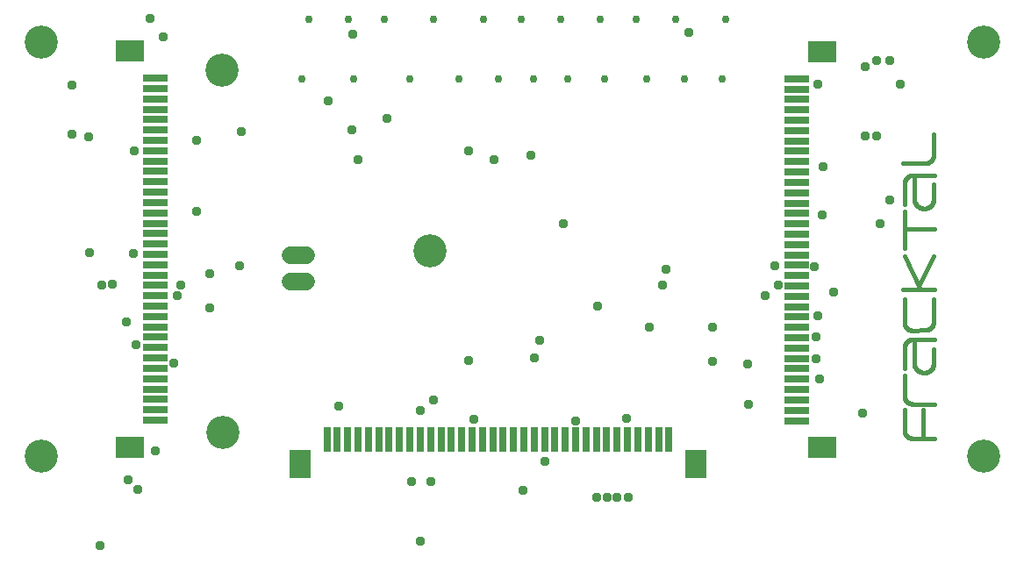
<source format=gbr>
G04 EAGLE Gerber RS-274X export*
G75*
%MOMM*%
%FSLAX34Y34*%
%LPD*%
%INSoldermask Top*%
%IPPOS*%
%AMOC8*
5,1,8,0,0,1.08239X$1,22.5*%
G01*
%ADD10C,3.203194*%
%ADD11R,0.803200X2.403200*%
%ADD12R,2.003200X2.803200*%
%ADD13R,2.403200X0.803200*%
%ADD14R,2.803200X2.003200*%
%ADD15C,0.762000*%
%ADD16C,0.406400*%
%ADD17C,1.727200*%
%ADD18C,0.959600*%


D10*
X101600Y536866D03*
X1011025Y536866D03*
X1011025Y136866D03*
X101600Y136866D03*
X276566Y509941D03*
X276696Y160061D03*
X476596Y335071D03*
D11*
X417505Y153595D03*
X407505Y153595D03*
X427505Y153595D03*
X397505Y153595D03*
D12*
X733505Y129595D03*
X351505Y129595D03*
D11*
X387505Y153595D03*
X377505Y153595D03*
X437505Y153595D03*
X447505Y153595D03*
X457505Y153595D03*
X467505Y153595D03*
X477505Y153595D03*
X487505Y153595D03*
X497505Y153595D03*
X507505Y153595D03*
X517505Y153595D03*
X527505Y153595D03*
X537505Y153595D03*
X547505Y153595D03*
X557505Y153595D03*
X567505Y153595D03*
X577505Y153595D03*
X587505Y153595D03*
X597505Y153595D03*
X607505Y153595D03*
X617505Y153595D03*
X627505Y153595D03*
X637505Y153595D03*
X647505Y153595D03*
X657505Y153595D03*
X667505Y153595D03*
X677505Y153595D03*
X687505Y153595D03*
X697505Y153595D03*
X707505Y153595D03*
D13*
X211500Y461932D03*
X211500Y471932D03*
X211500Y451932D03*
X211500Y481932D03*
D14*
X187500Y145932D03*
X187500Y527932D03*
D13*
X211500Y491932D03*
X211500Y501932D03*
X211500Y441932D03*
X211500Y431932D03*
X211500Y421932D03*
X211500Y411932D03*
X211500Y401932D03*
X211500Y391932D03*
X211500Y381932D03*
X211500Y371932D03*
X211500Y361932D03*
X211500Y351932D03*
X211500Y341932D03*
X211500Y331932D03*
X211500Y321932D03*
X211500Y311932D03*
X211500Y301932D03*
X211500Y291932D03*
X211500Y281932D03*
X211500Y271932D03*
X211500Y261932D03*
X211500Y251932D03*
X211500Y241932D03*
X211500Y231932D03*
X211500Y221932D03*
X211500Y211932D03*
X211500Y201932D03*
X211500Y191932D03*
X211500Y181932D03*
X211500Y171932D03*
X831070Y211422D03*
X831070Y201422D03*
X831070Y221422D03*
X831070Y191422D03*
D14*
X855070Y527422D03*
X855070Y145422D03*
D13*
X831070Y181422D03*
X831070Y171422D03*
X831070Y231422D03*
X831070Y241422D03*
X831070Y251422D03*
X831070Y261422D03*
X831070Y271422D03*
X831070Y281422D03*
X831070Y291422D03*
X831070Y301422D03*
X831070Y311422D03*
X831070Y321422D03*
X831070Y331422D03*
X831070Y341422D03*
X831070Y351422D03*
X831070Y361422D03*
X831070Y371422D03*
X831070Y381422D03*
X831070Y391422D03*
X831070Y401422D03*
X831070Y411422D03*
X831070Y421422D03*
X831070Y431422D03*
X831070Y441422D03*
X831070Y451422D03*
X831070Y461422D03*
X831070Y471422D03*
X831070Y481422D03*
X831070Y491422D03*
X831070Y501422D03*
D15*
X398145Y558800D03*
X433070Y558800D03*
X603250Y558800D03*
X565150Y558800D03*
X480695Y558800D03*
X457200Y501650D03*
X504825Y501650D03*
X542925Y501650D03*
X528320Y558800D03*
X676275Y558800D03*
X714375Y558800D03*
X762000Y558800D03*
X403225Y501650D03*
X576580Y501650D03*
X610235Y501650D03*
X645160Y501650D03*
X686435Y501650D03*
X722630Y501650D03*
X758825Y501650D03*
X353695Y501650D03*
X360045Y558800D03*
X641350Y558800D03*
D16*
X934847Y182372D02*
X934593Y162814D01*
X934593Y162052D01*
X934595Y161868D01*
X934602Y161684D01*
X934613Y161500D01*
X934629Y161317D01*
X934649Y161134D01*
X934673Y160951D01*
X934702Y160769D01*
X934735Y160588D01*
X934773Y160408D01*
X934814Y160228D01*
X934861Y160050D01*
X934911Y159873D01*
X934966Y159697D01*
X935025Y159523D01*
X935088Y159350D01*
X935156Y159179D01*
X935227Y159009D01*
X935303Y158841D01*
X935382Y158675D01*
X935466Y158511D01*
X935553Y158349D01*
X935645Y158189D01*
X935740Y158031D01*
X935839Y157876D01*
X935942Y157723D01*
X936048Y157573D01*
X936158Y157425D01*
X936272Y157280D01*
X936389Y157138D01*
X936509Y156999D01*
X936633Y156863D01*
X936760Y156729D01*
X936890Y156599D01*
X937024Y156472D01*
X937160Y156348D01*
X937299Y156228D01*
X937441Y156111D01*
X937586Y155997D01*
X937734Y155887D01*
X937884Y155781D01*
X938037Y155678D01*
X938192Y155579D01*
X938350Y155484D01*
X938510Y155392D01*
X938672Y155305D01*
X938836Y155221D01*
X939002Y155142D01*
X939170Y155066D01*
X939340Y154995D01*
X939511Y154927D01*
X939684Y154864D01*
X939858Y154805D01*
X940034Y154750D01*
X940211Y154700D01*
X940389Y154653D01*
X940569Y154612D01*
X940749Y154574D01*
X940930Y154541D01*
X941112Y154512D01*
X941295Y154488D01*
X941478Y154468D01*
X941661Y154452D01*
X941845Y154441D01*
X942029Y154434D01*
X942213Y154432D01*
X963549Y154432D01*
X953135Y156718D02*
X953135Y182372D01*
X934593Y195580D02*
X934593Y215138D01*
X934593Y195580D02*
X934595Y195383D01*
X934603Y195185D01*
X934615Y194989D01*
X934631Y194792D01*
X934653Y194596D01*
X934679Y194400D01*
X934710Y194205D01*
X934746Y194011D01*
X934786Y193818D01*
X934831Y193626D01*
X934881Y193435D01*
X934935Y193245D01*
X934994Y193057D01*
X935058Y192870D01*
X935126Y192685D01*
X935198Y192501D01*
X935275Y192320D01*
X935356Y192140D01*
X935442Y191962D01*
X935532Y191786D01*
X935626Y191613D01*
X935725Y191442D01*
X935827Y191273D01*
X935934Y191107D01*
X936044Y190944D01*
X936159Y190783D01*
X936277Y190625D01*
X936399Y190470D01*
X936525Y190318D01*
X936654Y190169D01*
X936787Y190024D01*
X936924Y189881D01*
X937064Y189742D01*
X937207Y189606D01*
X937354Y189474D01*
X937504Y189346D01*
X937656Y189221D01*
X937812Y189100D01*
X937971Y188982D01*
X938132Y188869D01*
X938296Y188760D01*
X938463Y188654D01*
X938633Y188553D01*
X938804Y188456D01*
X938978Y188363D01*
X939155Y188274D01*
X939333Y188189D01*
X939513Y188109D01*
X939695Y188033D01*
X939879Y187962D01*
X940065Y187895D01*
X940252Y187833D01*
X940441Y187775D01*
X940631Y187722D01*
X940822Y187674D01*
X941015Y187630D01*
X941208Y187591D01*
X941402Y187556D01*
X941598Y187527D01*
X941793Y187502D01*
X941990Y187481D01*
X942186Y187466D01*
X942383Y187455D01*
X942581Y187449D01*
X942778Y187448D01*
X942975Y187452D01*
X963549Y187198D01*
X934847Y221488D02*
X934847Y241808D01*
X934849Y242007D01*
X934857Y242205D01*
X934869Y242403D01*
X934886Y242601D01*
X934908Y242799D01*
X934934Y242996D01*
X934966Y243192D01*
X935002Y243387D01*
X935043Y243582D01*
X935088Y243775D01*
X935139Y243967D01*
X935194Y244158D01*
X935254Y244347D01*
X935318Y244535D01*
X935387Y244722D01*
X935460Y244906D01*
X935538Y245089D01*
X935621Y245270D01*
X935707Y245448D01*
X935798Y245625D01*
X935894Y245799D01*
X935993Y245971D01*
X936097Y246141D01*
X936205Y246307D01*
X936317Y246471D01*
X936433Y246633D01*
X936553Y246791D01*
X936676Y246947D01*
X936804Y247099D01*
X936935Y247248D01*
X937070Y247394D01*
X937208Y247537D01*
X937349Y247676D01*
X937495Y247812D01*
X937643Y247944D01*
X937794Y248073D01*
X937949Y248198D01*
X938106Y248319D01*
X938267Y248436D01*
X938430Y248549D01*
X938596Y248658D01*
X938765Y248763D01*
X938936Y248864D01*
X939110Y248960D01*
X939285Y249053D01*
X939464Y249141D01*
X939644Y249225D01*
X939826Y249304D01*
X940010Y249379D01*
X940196Y249449D01*
X940383Y249515D01*
X940572Y249576D01*
X940763Y249632D01*
X940954Y249684D01*
X941147Y249731D01*
X941342Y249773D01*
X941537Y249811D01*
X941732Y249844D01*
X941929Y249872D01*
X942126Y249895D01*
X942324Y249914D01*
X942522Y249927D01*
X942721Y249936D01*
X963803Y249682D01*
X962787Y240792D02*
X962787Y226568D01*
X962784Y226353D01*
X962777Y226137D01*
X962764Y225922D01*
X962745Y225707D01*
X962722Y225493D01*
X962693Y225280D01*
X962659Y225067D01*
X962620Y224855D01*
X962576Y224644D01*
X962527Y224434D01*
X962473Y224226D01*
X962414Y224019D01*
X962350Y223813D01*
X962280Y223609D01*
X962206Y223407D01*
X962127Y223206D01*
X962043Y223008D01*
X961955Y222811D01*
X961861Y222617D01*
X961763Y222425D01*
X961661Y222236D01*
X961553Y222049D01*
X961442Y221865D01*
X961325Y221683D01*
X961205Y221505D01*
X961080Y221329D01*
X960951Y221156D01*
X960818Y220987D01*
X960681Y220821D01*
X960540Y220658D01*
X960394Y220499D01*
X960245Y220343D01*
X960093Y220191D01*
X959937Y220043D01*
X959777Y219898D01*
X959613Y219758D01*
X959447Y219621D01*
X959277Y219489D01*
X959104Y219360D01*
X958928Y219236D01*
X958749Y219116D01*
X958567Y219001D01*
X958382Y218890D01*
X958195Y218783D01*
X958005Y218682D01*
X957812Y218584D01*
X957618Y218492D01*
X957421Y218404D01*
X957222Y218321D01*
X957022Y218242D01*
X956819Y218169D01*
X956615Y218101D01*
X956409Y218037D01*
X956201Y217979D01*
X955993Y217925D01*
X955783Y217877D01*
X955572Y217834D01*
X955360Y217796D01*
X955147Y217763D01*
X954933Y217735D01*
X954719Y217712D01*
X954504Y217695D01*
X954289Y217683D01*
X954073Y217676D01*
X953858Y217674D01*
X953643Y217678D01*
X953398Y217688D01*
X953154Y217704D01*
X952911Y217725D01*
X952668Y217753D01*
X952426Y217787D01*
X952185Y217826D01*
X951944Y217872D01*
X951705Y217923D01*
X951468Y217980D01*
X951231Y218043D01*
X950997Y218111D01*
X950764Y218185D01*
X950533Y218265D01*
X950304Y218351D01*
X950077Y218442D01*
X949852Y218538D01*
X949630Y218640D01*
X949411Y218748D01*
X949194Y218860D01*
X948980Y218978D01*
X948768Y219102D01*
X948560Y219230D01*
X948355Y219363D01*
X948154Y219501D01*
X947956Y219644D01*
X947761Y219792D01*
X947570Y219945D01*
X947383Y220102D01*
X947200Y220264D01*
X947020Y220430D01*
X946845Y220601D01*
X946674Y220775D01*
X946507Y220954D01*
X946345Y221137D01*
X946187Y221324D01*
X946034Y221514D01*
X945886Y221708D01*
X945742Y221906D01*
X945603Y222107D01*
X945469Y222312D01*
X945340Y222520D01*
X945217Y222730D01*
X945098Y222944D01*
X944985Y223161D01*
X944877Y223380D01*
X944774Y223602D01*
X944677Y223826D01*
X944585Y224053D01*
X944499Y224282D01*
X944499Y247904D01*
X934593Y266446D02*
X934593Y288798D01*
X934593Y266446D02*
X934595Y266253D01*
X934602Y266059D01*
X934614Y265866D01*
X934631Y265674D01*
X934652Y265481D01*
X934678Y265290D01*
X934709Y265099D01*
X934744Y264909D01*
X934784Y264719D01*
X934828Y264531D01*
X934877Y264344D01*
X934931Y264158D01*
X934989Y263974D01*
X935052Y263791D01*
X935119Y263610D01*
X935191Y263430D01*
X935267Y263252D01*
X935347Y263076D01*
X935431Y262902D01*
X935520Y262730D01*
X935613Y262561D01*
X935710Y262394D01*
X935811Y262229D01*
X935917Y262066D01*
X936026Y261907D01*
X936139Y261750D01*
X936255Y261595D01*
X936376Y261444D01*
X936500Y261296D01*
X936628Y261151D01*
X936759Y261009D01*
X936894Y260870D01*
X937032Y260734D01*
X937173Y260602D01*
X937317Y260474D01*
X937465Y260349D01*
X937616Y260227D01*
X937769Y260110D01*
X937926Y259996D01*
X938085Y259886D01*
X938246Y259780D01*
X938411Y259678D01*
X938577Y259580D01*
X938746Y259486D01*
X938918Y259396D01*
X939091Y259311D01*
X939267Y259230D01*
X939444Y259153D01*
X939623Y259080D01*
X939804Y259012D01*
X939987Y258948D01*
X940171Y258889D01*
X940357Y258834D01*
X940543Y258784D01*
X940731Y258739D01*
X940920Y258698D01*
X941110Y258661D01*
X941301Y258630D01*
X941493Y258603D01*
X941685Y258580D01*
X941877Y258563D01*
X942070Y258550D01*
X942263Y258542D01*
X942457Y258538D01*
X942650Y258539D01*
X942844Y258545D01*
X943037Y258556D01*
X943229Y258572D01*
X954659Y258826D01*
X954864Y258833D01*
X955069Y258845D01*
X955274Y258862D01*
X955478Y258884D01*
X955682Y258911D01*
X955884Y258943D01*
X956086Y258979D01*
X956287Y259021D01*
X956487Y259068D01*
X956686Y259119D01*
X956884Y259175D01*
X957080Y259236D01*
X957274Y259301D01*
X957467Y259372D01*
X957658Y259447D01*
X957848Y259526D01*
X958035Y259610D01*
X958220Y259699D01*
X958403Y259792D01*
X958584Y259889D01*
X958762Y259991D01*
X958938Y260097D01*
X959111Y260208D01*
X959281Y260322D01*
X959449Y260441D01*
X959614Y260564D01*
X959775Y260690D01*
X959934Y260821D01*
X960089Y260955D01*
X960241Y261093D01*
X960390Y261235D01*
X960535Y261380D01*
X960676Y261529D01*
X960814Y261681D01*
X960948Y261836D01*
X961079Y261995D01*
X961205Y262156D01*
X961328Y262321D01*
X961446Y262489D01*
X961561Y262659D01*
X961671Y262832D01*
X961777Y263008D01*
X961879Y263186D01*
X961976Y263367D01*
X962069Y263550D01*
X962158Y263735D01*
X962242Y263923D01*
X962321Y264112D01*
X962396Y264303D01*
X962466Y264496D01*
X962532Y264691D01*
X962593Y264887D01*
X962648Y265084D01*
X962700Y265283D01*
X962746Y265483D01*
X962787Y265684D01*
X963041Y288798D01*
X949833Y298450D02*
X933577Y298450D01*
X949833Y298450D02*
X963803Y298450D01*
X949833Y298450D02*
X934593Y330454D01*
X963295Y330454D02*
X948817Y301244D01*
X935101Y338074D02*
X935101Y373634D01*
X934847Y356108D02*
X963549Y356108D01*
X934847Y379984D02*
X934847Y400304D01*
X934849Y400503D01*
X934857Y400701D01*
X934869Y400899D01*
X934886Y401097D01*
X934908Y401295D01*
X934934Y401492D01*
X934966Y401688D01*
X935002Y401883D01*
X935043Y402078D01*
X935088Y402271D01*
X935139Y402463D01*
X935194Y402654D01*
X935254Y402843D01*
X935318Y403031D01*
X935387Y403218D01*
X935460Y403402D01*
X935538Y403585D01*
X935621Y403766D01*
X935707Y403944D01*
X935798Y404121D01*
X935894Y404295D01*
X935993Y404467D01*
X936097Y404637D01*
X936205Y404803D01*
X936317Y404967D01*
X936433Y405129D01*
X936553Y405287D01*
X936676Y405443D01*
X936804Y405595D01*
X936935Y405744D01*
X937070Y405890D01*
X937208Y406033D01*
X937349Y406172D01*
X937495Y406308D01*
X937643Y406440D01*
X937794Y406569D01*
X937949Y406694D01*
X938106Y406815D01*
X938267Y406932D01*
X938430Y407045D01*
X938596Y407154D01*
X938765Y407259D01*
X938936Y407360D01*
X939110Y407456D01*
X939285Y407549D01*
X939464Y407637D01*
X939644Y407721D01*
X939826Y407800D01*
X940010Y407875D01*
X940196Y407945D01*
X940383Y408011D01*
X940572Y408072D01*
X940763Y408128D01*
X940954Y408180D01*
X941147Y408227D01*
X941342Y408269D01*
X941537Y408307D01*
X941732Y408340D01*
X941929Y408368D01*
X942126Y408391D01*
X942324Y408410D01*
X942522Y408423D01*
X942721Y408432D01*
X963803Y408178D01*
X962787Y399288D02*
X962787Y385064D01*
X962784Y384849D01*
X962777Y384633D01*
X962764Y384418D01*
X962745Y384203D01*
X962722Y383989D01*
X962693Y383776D01*
X962659Y383563D01*
X962620Y383351D01*
X962576Y383140D01*
X962527Y382930D01*
X962473Y382722D01*
X962414Y382515D01*
X962350Y382309D01*
X962280Y382105D01*
X962206Y381903D01*
X962127Y381702D01*
X962043Y381504D01*
X961955Y381307D01*
X961861Y381113D01*
X961763Y380921D01*
X961661Y380732D01*
X961553Y380545D01*
X961442Y380361D01*
X961325Y380179D01*
X961205Y380001D01*
X961080Y379825D01*
X960951Y379652D01*
X960818Y379483D01*
X960681Y379317D01*
X960540Y379154D01*
X960394Y378995D01*
X960245Y378839D01*
X960093Y378687D01*
X959937Y378539D01*
X959777Y378394D01*
X959613Y378254D01*
X959447Y378117D01*
X959277Y377985D01*
X959104Y377856D01*
X958928Y377732D01*
X958749Y377612D01*
X958567Y377497D01*
X958382Y377386D01*
X958195Y377279D01*
X958005Y377178D01*
X957812Y377080D01*
X957618Y376988D01*
X957421Y376900D01*
X957222Y376817D01*
X957022Y376738D01*
X956819Y376665D01*
X956615Y376597D01*
X956409Y376533D01*
X956201Y376475D01*
X955993Y376421D01*
X955783Y376373D01*
X955572Y376330D01*
X955360Y376292D01*
X955147Y376259D01*
X954933Y376231D01*
X954719Y376208D01*
X954504Y376191D01*
X954289Y376179D01*
X954073Y376172D01*
X953858Y376170D01*
X953643Y376174D01*
X953398Y376184D01*
X953154Y376200D01*
X952911Y376221D01*
X952668Y376249D01*
X952426Y376283D01*
X952185Y376322D01*
X951944Y376368D01*
X951705Y376419D01*
X951468Y376476D01*
X951231Y376539D01*
X950997Y376607D01*
X950764Y376681D01*
X950533Y376761D01*
X950304Y376847D01*
X950077Y376938D01*
X949852Y377034D01*
X949630Y377136D01*
X949411Y377244D01*
X949194Y377356D01*
X948980Y377474D01*
X948768Y377598D01*
X948560Y377726D01*
X948355Y377859D01*
X948154Y377997D01*
X947956Y378140D01*
X947761Y378288D01*
X947570Y378441D01*
X947383Y378598D01*
X947200Y378760D01*
X947020Y378926D01*
X946845Y379097D01*
X946674Y379271D01*
X946507Y379450D01*
X946345Y379633D01*
X946187Y379820D01*
X946034Y380010D01*
X945886Y380204D01*
X945742Y380402D01*
X945603Y380603D01*
X945469Y380808D01*
X945340Y381016D01*
X945217Y381226D01*
X945098Y381440D01*
X944985Y381657D01*
X944877Y381876D01*
X944774Y382098D01*
X944677Y382322D01*
X944585Y382549D01*
X944499Y382778D01*
X944499Y406400D01*
X954659Y419862D02*
X933323Y419862D01*
X954659Y419862D02*
X954859Y419864D01*
X955060Y419872D01*
X955260Y419884D01*
X955459Y419901D01*
X955659Y419923D01*
X955857Y419950D01*
X956055Y419982D01*
X956252Y420019D01*
X956448Y420060D01*
X956643Y420107D01*
X956837Y420158D01*
X957030Y420214D01*
X957221Y420274D01*
X957410Y420339D01*
X957598Y420409D01*
X957784Y420484D01*
X957968Y420563D01*
X958151Y420646D01*
X958331Y420734D01*
X958509Y420826D01*
X958684Y420923D01*
X958857Y421024D01*
X959028Y421129D01*
X959196Y421238D01*
X959361Y421352D01*
X959524Y421469D01*
X959683Y421590D01*
X959840Y421716D01*
X959993Y421845D01*
X960143Y421977D01*
X960290Y422114D01*
X960434Y422254D01*
X960574Y422397D01*
X960710Y422544D01*
X960843Y422694D01*
X960972Y422848D01*
X961097Y423004D01*
X961218Y423163D01*
X961336Y423326D01*
X961449Y423491D01*
X961559Y423659D01*
X961664Y423830D01*
X961765Y424003D01*
X961861Y424179D01*
X961954Y424356D01*
X962042Y424537D01*
X962125Y424719D01*
X962204Y424903D01*
X962278Y425089D01*
X962348Y425277D01*
X962414Y425466D01*
X962474Y425658D01*
X962530Y425850D01*
X962581Y426044D01*
X962627Y426239D01*
X962669Y426435D01*
X962706Y426632D01*
X962737Y426830D01*
X962764Y427028D01*
X962787Y427228D01*
X963041Y448056D01*
D17*
X357759Y331470D02*
X342519Y331470D01*
X342519Y306070D02*
X357759Y306070D01*
D18*
X207010Y559590D03*
X191770Y431800D03*
X251460Y441960D03*
X251460Y373380D03*
X467360Y181610D03*
X582930Y248920D03*
X170180Y302966D03*
X467360Y55146D03*
X911058Y361482D03*
X605790Y361950D03*
X480060Y191770D03*
X160020Y302260D03*
X158750Y50800D03*
X459006Y112494D03*
X478056Y112494D03*
X896620Y513080D03*
X896620Y446558D03*
X727075Y546100D03*
X908050Y446558D03*
X908050Y519430D03*
X566420Y104140D03*
X577850Y231775D03*
X809244Y321056D03*
X638810Y281940D03*
X704850Y317500D03*
X293370Y321310D03*
X435610Y463550D03*
X812800Y302260D03*
X701040Y302260D03*
X236220Y302260D03*
X401320Y452120D03*
X514350Y431456D03*
X514350Y229334D03*
X519331Y172720D03*
X617505Y171450D03*
X800100Y292100D03*
X688340Y261620D03*
X866140Y295275D03*
X539115Y423545D03*
X232946Y292100D03*
X407862Y423102D03*
X637540Y97790D03*
X193040Y245110D03*
X264160Y280670D03*
X264160Y313578D03*
X294640Y450850D03*
X378460Y480060D03*
X647700Y97790D03*
X184150Y266700D03*
X131854Y448310D03*
X131854Y495526D03*
X657296Y97254D03*
X195388Y105218D03*
X930910Y496286D03*
X850900Y496286D03*
X668020Y97790D03*
X185420Y114300D03*
X212090Y142240D03*
X229870Y227330D03*
X666750Y173990D03*
X894080Y179070D03*
X847884Y320040D03*
X855237Y369979D03*
X855934Y416913D03*
X849503Y251968D03*
X749300Y228600D03*
X749300Y261620D03*
X850900Y272415D03*
X574294Y427736D03*
X852551Y211455D03*
X784225Y187325D03*
X783590Y226060D03*
X849503Y231267D03*
X588010Y132080D03*
X388620Y185420D03*
X147546Y445770D03*
X148590Y334010D03*
X190692Y332548D03*
X219710Y542064D03*
X402590Y544830D03*
X920750Y519430D03*
X920750Y384175D03*
M02*

</source>
